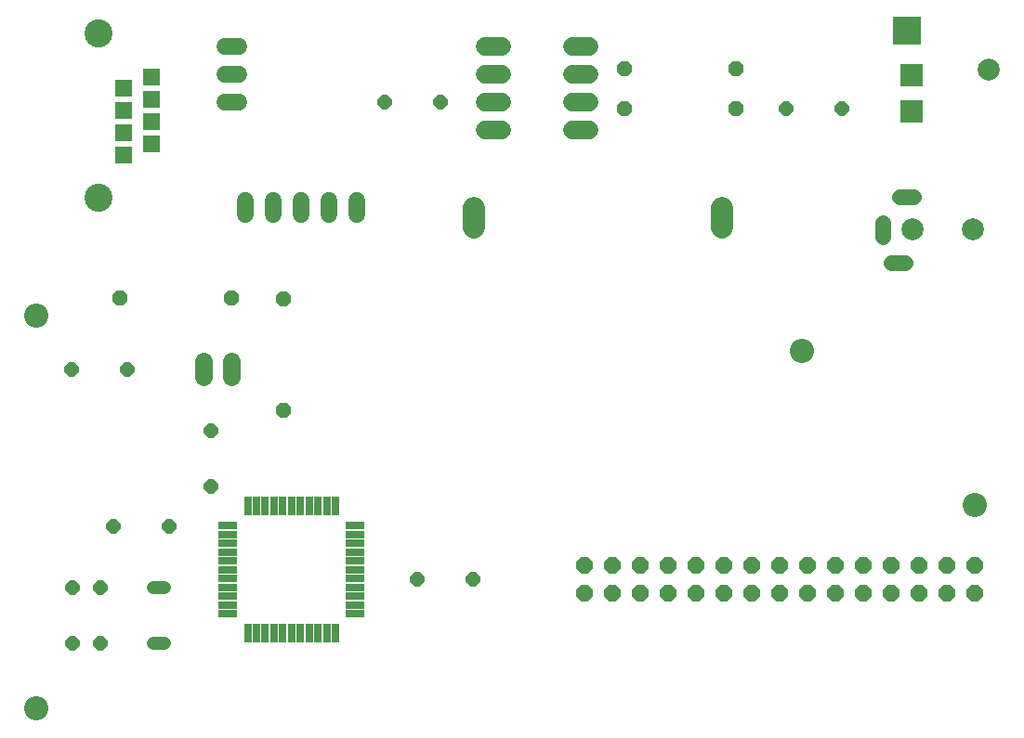
<source format=gts>
G75*
%MOIN*%
%OFA0B0*%
%FSLAX25Y25*%
%IPPOS*%
%LPD*%
%AMOC8*
5,1,8,0,0,1.08239X$1,22.5*
%
%ADD10C,0.08674*%
%ADD11OC8,0.05162*%
%ADD12C,0.05950*%
%ADD13C,0.06400*%
%ADD14C,0.06800*%
%ADD15C,0.07887*%
%ADD16C,0.05800*%
%ADD17OC8,0.05556*%
%ADD18R,0.05950X0.05950*%
%ADD19C,0.10091*%
%ADD20C,0.04769*%
%ADD21R,0.07887X0.07887*%
%ADD22R,0.09855X0.09855*%
%ADD23C,0.07887*%
%ADD24R,0.06706X0.02769*%
%ADD25R,0.02769X0.06706*%
%ADD26OC8,0.05950*%
D10*
X0014000Y0015732D03*
X0014000Y0156732D03*
X0288500Y0144232D03*
X0350500Y0088732D03*
D11*
X0170500Y0062024D03*
X0150500Y0062024D03*
X0076500Y0095500D03*
X0061500Y0081000D03*
X0041500Y0081000D03*
X0037000Y0059000D03*
X0027000Y0059000D03*
X0027000Y0039000D03*
X0037000Y0039000D03*
X0076500Y0115500D03*
X0046500Y0137500D03*
X0026500Y0137500D03*
X0139000Y0233500D03*
X0159000Y0233500D03*
X0283000Y0231000D03*
X0303000Y0231000D03*
D12*
X0129000Y0198075D02*
X0129000Y0192925D01*
X0119000Y0192925D02*
X0119000Y0198075D01*
X0109000Y0198075D02*
X0109000Y0192925D01*
X0099000Y0192925D02*
X0099000Y0198075D01*
X0089000Y0198075D02*
X0089000Y0192925D01*
X0086575Y0233500D02*
X0081425Y0233500D01*
X0081425Y0243500D02*
X0086575Y0243500D01*
X0086575Y0253500D02*
X0081425Y0253500D01*
D13*
X0084000Y0140300D02*
X0084000Y0134700D01*
X0074000Y0134700D02*
X0074000Y0140300D01*
D14*
X0174752Y0223500D02*
X0180752Y0223500D01*
X0180752Y0233500D02*
X0174752Y0233500D01*
X0174752Y0243500D02*
X0180752Y0243500D01*
X0180752Y0253500D02*
X0174752Y0253500D01*
X0206248Y0253500D02*
X0212248Y0253500D01*
X0212248Y0243500D02*
X0206248Y0243500D01*
X0206248Y0233500D02*
X0212248Y0233500D01*
X0212248Y0223500D02*
X0206248Y0223500D01*
D15*
X0328165Y0187665D03*
X0349819Y0187665D03*
X0355724Y0245146D03*
D16*
X0328697Y0199476D02*
X0323697Y0199476D01*
X0317535Y0190165D02*
X0317535Y0185165D01*
X0320547Y0175854D02*
X0325547Y0175854D01*
D17*
X0265000Y0231000D03*
X0265000Y0245500D03*
X0225000Y0245500D03*
X0225000Y0231000D03*
X0102500Y0162732D03*
X0084000Y0163000D03*
X0044000Y0163000D03*
X0102500Y0122732D03*
D18*
X0045362Y0214445D03*
X0055362Y0218461D03*
X0045362Y0222476D03*
X0055362Y0226492D03*
X0045362Y0230508D03*
X0055362Y0234524D03*
X0045362Y0238539D03*
X0055362Y0242555D03*
D19*
X0036307Y0258028D03*
X0036307Y0198972D03*
D20*
X0056016Y0059083D02*
X0059984Y0059083D01*
X0059984Y0039083D02*
X0056016Y0039083D01*
D21*
X0327772Y0230185D03*
X0327772Y0243177D03*
D22*
X0326197Y0258925D03*
D23*
X0259988Y0195543D02*
X0259988Y0188457D01*
X0171012Y0188457D02*
X0171012Y0195543D01*
D24*
X0128335Y0081248D03*
X0128335Y0078098D03*
X0128335Y0074949D03*
X0128335Y0071799D03*
X0128335Y0068650D03*
X0128335Y0065500D03*
X0128335Y0062350D03*
X0128335Y0059201D03*
X0128335Y0056051D03*
X0128335Y0052902D03*
X0128335Y0049752D03*
X0082665Y0049752D03*
X0082665Y0052902D03*
X0082665Y0056051D03*
X0082665Y0059201D03*
X0082665Y0062350D03*
X0082665Y0065500D03*
X0082665Y0068650D03*
X0082665Y0071799D03*
X0082665Y0074949D03*
X0082665Y0078098D03*
X0082665Y0081248D03*
D25*
X0089752Y0088335D03*
X0092902Y0088335D03*
X0096051Y0088335D03*
X0099201Y0088335D03*
X0102350Y0088335D03*
X0105500Y0088335D03*
X0108650Y0088335D03*
X0111799Y0088335D03*
X0114949Y0088335D03*
X0118098Y0088335D03*
X0121248Y0088335D03*
X0121248Y0042665D03*
X0118098Y0042665D03*
X0114949Y0042665D03*
X0111799Y0042665D03*
X0108650Y0042665D03*
X0105500Y0042665D03*
X0102350Y0042665D03*
X0099201Y0042665D03*
X0096051Y0042665D03*
X0092902Y0042665D03*
X0089752Y0042665D03*
D26*
X0210528Y0057024D03*
X0220528Y0057024D03*
X0230528Y0057024D03*
X0240528Y0057024D03*
X0250528Y0057024D03*
X0260528Y0057024D03*
X0270528Y0057024D03*
X0280528Y0057024D03*
X0290528Y0057024D03*
X0300528Y0057024D03*
X0310528Y0057024D03*
X0320528Y0057024D03*
X0330528Y0057024D03*
X0340528Y0057024D03*
X0350528Y0057024D03*
X0350528Y0067024D03*
X0340528Y0067024D03*
X0330528Y0067024D03*
X0320528Y0067024D03*
X0310528Y0067024D03*
X0300528Y0067024D03*
X0290528Y0067024D03*
X0280528Y0067024D03*
X0270528Y0067024D03*
X0260528Y0067024D03*
X0250528Y0067024D03*
X0240528Y0067024D03*
X0230528Y0067024D03*
X0220528Y0067024D03*
X0210528Y0067024D03*
M02*

</source>
